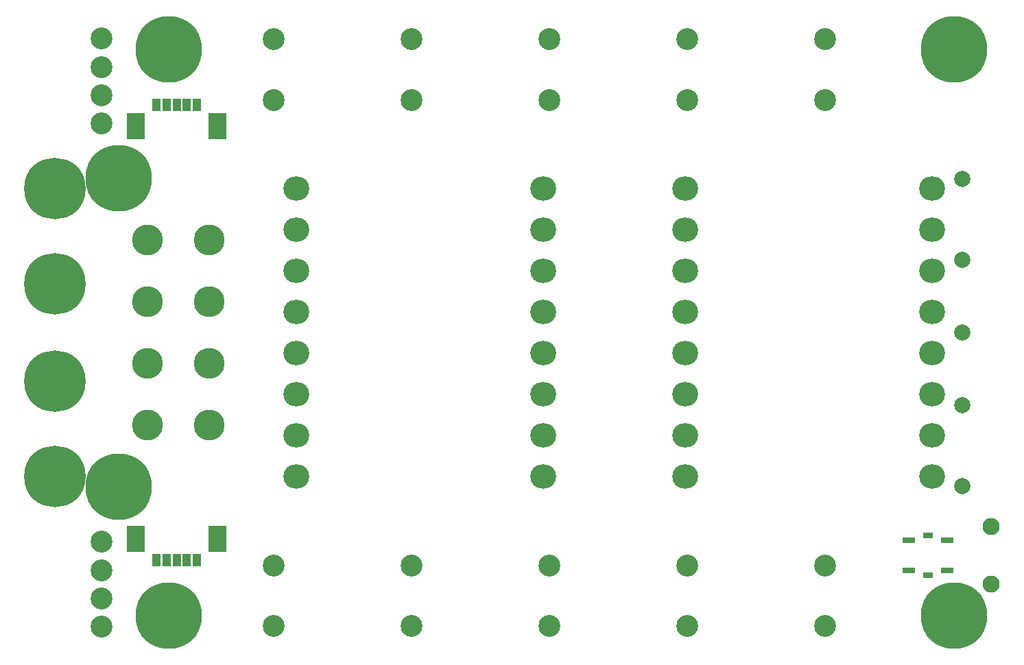
<source format=gts>
G04 Layer_Color=8388736*
%FSLAX44Y44*%
%MOMM*%
G71*
G01*
G75*
%ADD94R,1.2032X0.6532*%
%ADD95R,1.6032X0.8032*%
%ADD96R,1.0032X1.5032*%
%ADD97R,2.3032X3.2032*%
%ADD98O,3.2032X3.0032*%
%ADD99C,2.7032*%
%ADD100C,7.6032*%
%ADD101C,2.1032*%
%ADD102C,8.2032*%
%ADD103C,3.8032*%
%ADD104C,2.0032*%
D94*
X1157400Y-299500D02*
D03*
Y-250500D02*
D03*
D95*
X1181400Y-256500D02*
D03*
Y-293500D02*
D03*
X1133400D02*
D03*
Y-256500D02*
D03*
D96*
X217500Y-281000D02*
D03*
X242500D02*
D03*
X230000D02*
D03*
X255000D02*
D03*
X205000D02*
D03*
X242500Y281000D02*
D03*
X217500D02*
D03*
X230000D02*
D03*
X205000D02*
D03*
X255000D02*
D03*
D97*
X280500Y-255000D02*
D03*
X179500D02*
D03*
Y255000D02*
D03*
X280500D02*
D03*
D98*
X682400Y25400D02*
D03*
Y76200D02*
D03*
Y127000D02*
D03*
Y177800D02*
D03*
Y-25400D02*
D03*
Y-76200D02*
D03*
Y-127000D02*
D03*
Y-177800D02*
D03*
X377600Y25400D02*
D03*
Y76200D02*
D03*
Y127000D02*
D03*
Y177800D02*
D03*
Y-25400D02*
D03*
Y-76200D02*
D03*
Y-127000D02*
D03*
Y-177800D02*
D03*
X1162400Y25400D02*
D03*
Y76200D02*
D03*
Y127000D02*
D03*
Y177800D02*
D03*
Y-25400D02*
D03*
Y-76200D02*
D03*
Y-127000D02*
D03*
Y-177800D02*
D03*
X857600Y25400D02*
D03*
Y76200D02*
D03*
Y127000D02*
D03*
Y177800D02*
D03*
Y-25400D02*
D03*
Y-76200D02*
D03*
Y-127000D02*
D03*
Y-177800D02*
D03*
D99*
X137000Y258000D02*
D03*
Y363000D02*
D03*
Y328000D02*
D03*
Y293000D02*
D03*
Y-363500D02*
D03*
Y-258500D02*
D03*
Y-293500D02*
D03*
Y-328500D02*
D03*
X350000Y-287500D02*
D03*
Y-362500D02*
D03*
X690000Y-287500D02*
D03*
Y-362500D02*
D03*
X860000Y-287500D02*
D03*
Y-362500D02*
D03*
X1030000Y-287500D02*
D03*
Y-362500D02*
D03*
X520000Y-287500D02*
D03*
Y-362500D02*
D03*
Y287500D02*
D03*
Y362500D02*
D03*
X690000Y287500D02*
D03*
Y362500D02*
D03*
X860000Y287500D02*
D03*
Y362500D02*
D03*
X1030000Y287500D02*
D03*
Y362500D02*
D03*
X350000Y287500D02*
D03*
Y362500D02*
D03*
D100*
X80000Y-177800D02*
D03*
Y-60000D02*
D03*
Y60000D02*
D03*
Y177800D02*
D03*
D101*
X1235500Y-239250D02*
D03*
Y-310750D02*
D03*
D102*
X158600Y-190500D02*
D03*
Y190500D02*
D03*
X1190000Y-350000D02*
D03*
Y350000D02*
D03*
X220000D02*
D03*
Y-350000D02*
D03*
D103*
X193800Y-114300D02*
D03*
X270000D02*
D03*
X193800Y-38100D02*
D03*
X270000D02*
D03*
Y114300D02*
D03*
X193800D02*
D03*
X270000Y38100D02*
D03*
X193800D02*
D03*
D104*
X1200000Y90000D02*
D03*
Y-90000D02*
D03*
Y0D02*
D03*
Y-190000D02*
D03*
Y190000D02*
D03*
M02*

</source>
